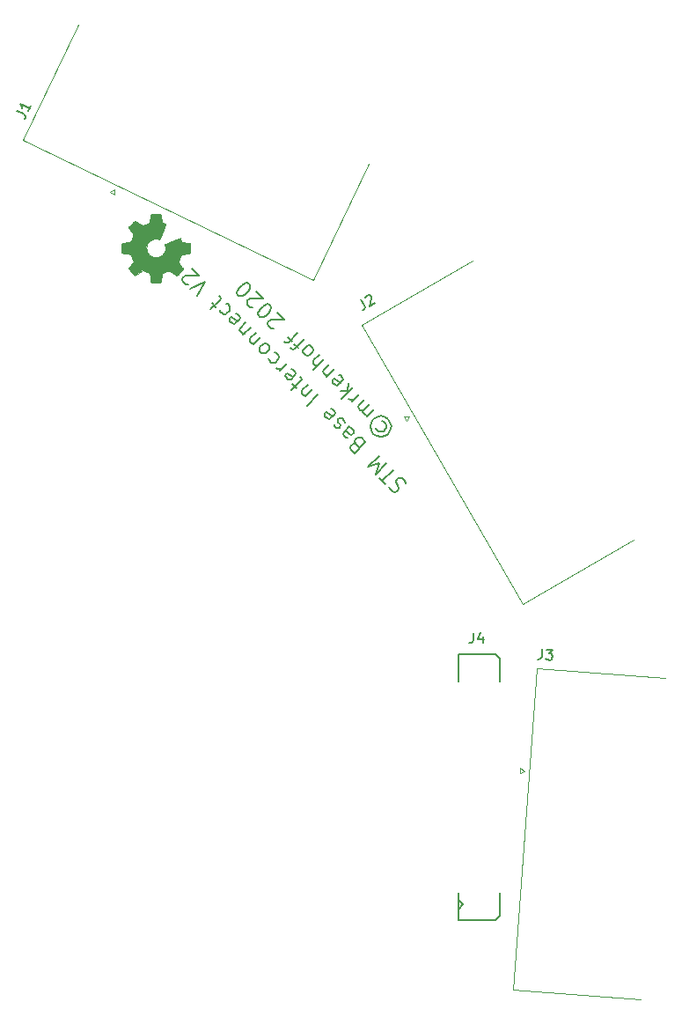
<source format=gbr>
%TF.GenerationSoftware,KiCad,Pcbnew,5.1.6*%
%TF.CreationDate,2020-09-25T18:31:25+02:00*%
%TF.ProjectId,Base-Interconnect,42617365-2d49-46e7-9465-72636f6e6e65,rev?*%
%TF.SameCoordinates,Original*%
%TF.FileFunction,Legend,Top*%
%TF.FilePolarity,Positive*%
%FSLAX46Y46*%
G04 Gerber Fmt 4.6, Leading zero omitted, Abs format (unit mm)*
G04 Created by KiCad (PCBNEW 5.1.6) date 2020-09-25 18:31:25*
%MOMM*%
%LPD*%
G01*
G04 APERTURE LIST*
%ADD10C,0.200000*%
%ADD11C,0.010000*%
%ADD12C,0.150000*%
%ADD13C,0.120000*%
G04 APERTURE END LIST*
D10*
X196358884Y-66015483D02*
X196409392Y-66167006D01*
X196611422Y-66369037D01*
X196762945Y-66419544D01*
X196964976Y-66419544D01*
X197116499Y-66369037D01*
X197318529Y-66167006D01*
X197369037Y-66015483D01*
X197369037Y-65813453D01*
X197318529Y-65661930D01*
X197116499Y-65459900D01*
X196964976Y-65409392D01*
X196156854Y-66621575D02*
X196459900Y-66823605D01*
X196863961Y-66924621D01*
X197268022Y-66823605D01*
X197571067Y-66621575D01*
X197773098Y-66318529D01*
X197874113Y-65914468D01*
X197773098Y-65510407D01*
X197571067Y-65207361D01*
X197268022Y-65005331D01*
X196863961Y-64904316D01*
X196459900Y-65005331D01*
X196156854Y-65207361D01*
X195954823Y-65510407D01*
X195853808Y-65914468D01*
X195954823Y-66318529D01*
X196156854Y-66621575D01*
X196207361Y-64247716D02*
X195500255Y-64954823D01*
X195601270Y-64853808D02*
X195500255Y-64853808D01*
X195348732Y-64803300D01*
X195197209Y-64651777D01*
X195146701Y-64500255D01*
X195197209Y-64348732D01*
X195752793Y-63793148D01*
X195197209Y-64348732D02*
X195045686Y-64399239D01*
X194894163Y-64348732D01*
X194742640Y-64197209D01*
X194692133Y-64045686D01*
X194742640Y-63894163D01*
X195298224Y-63338579D01*
X194793148Y-62833503D02*
X194086041Y-63540610D01*
X194288072Y-63338579D02*
X194136549Y-63389087D01*
X194035533Y-63389087D01*
X193884011Y-63338579D01*
X193782995Y-63237564D01*
X194136549Y-62176904D02*
X193075888Y-63237564D01*
X193631472Y-62479950D02*
X193732488Y-61772843D01*
X193025381Y-62479950D02*
X193833503Y-62479950D01*
X192823350Y-60964721D02*
X192974873Y-61015228D01*
X193176904Y-61217259D01*
X193227411Y-61368782D01*
X193176904Y-61520305D01*
X192772843Y-61924366D01*
X192621320Y-61974873D01*
X192469797Y-61924366D01*
X192267766Y-61722335D01*
X192217259Y-61570812D01*
X192267766Y-61419289D01*
X192368782Y-61318274D01*
X192974873Y-61722335D01*
X191661675Y-61116244D02*
X192368782Y-60409137D01*
X191762690Y-61015228D02*
X191661675Y-61015228D01*
X191510152Y-60964721D01*
X191358629Y-60813198D01*
X191308122Y-60661675D01*
X191358629Y-60510152D01*
X191914213Y-59954568D01*
X191409137Y-59449492D02*
X190348477Y-60510152D01*
X190954568Y-58994923D02*
X190398984Y-59550507D01*
X190348477Y-59702030D01*
X190398984Y-59853553D01*
X190550507Y-60005076D01*
X190702030Y-60055583D01*
X190803045Y-60055583D01*
X190297969Y-58338324D02*
X190348477Y-58489847D01*
X190348477Y-58590862D01*
X190297969Y-58742385D01*
X189994923Y-59045431D01*
X189843400Y-59095938D01*
X189742385Y-59095938D01*
X189590862Y-59045431D01*
X189439339Y-58893908D01*
X189388832Y-58742385D01*
X189388832Y-58641370D01*
X189439339Y-58489847D01*
X189742385Y-58186801D01*
X189893908Y-58136294D01*
X189994923Y-58136294D01*
X190146446Y-58186801D01*
X190297969Y-58338324D01*
X188934263Y-58388832D02*
X188530202Y-57984771D01*
X189489847Y-57530202D02*
X188580710Y-58439339D01*
X188429187Y-58489847D01*
X188277664Y-58439339D01*
X188176649Y-58338324D01*
X188328172Y-57782740D02*
X187924111Y-57378679D01*
X188883755Y-56924111D02*
X187974618Y-57833248D01*
X187823095Y-57883755D01*
X187671572Y-57833248D01*
X187570557Y-57732233D01*
X186560405Y-56520049D02*
X186459389Y-56520049D01*
X186307866Y-56469542D01*
X186055328Y-56217004D01*
X186004821Y-56065481D01*
X186004821Y-55964466D01*
X186055328Y-55812943D01*
X186156344Y-55711927D01*
X186358374Y-55610912D01*
X187570557Y-55610912D01*
X186913958Y-54954313D01*
X185196699Y-55358374D02*
X185095683Y-55257359D01*
X185045176Y-55105836D01*
X185045176Y-55004821D01*
X185095683Y-54853298D01*
X185247206Y-54600760D01*
X185499744Y-54348222D01*
X185752283Y-54196699D01*
X185903805Y-54146191D01*
X186004821Y-54146191D01*
X186156344Y-54196699D01*
X186257359Y-54297714D01*
X186307866Y-54449237D01*
X186307866Y-54550252D01*
X186257359Y-54701775D01*
X186105836Y-54954313D01*
X185853298Y-55206851D01*
X185600760Y-55358374D01*
X185449237Y-55408882D01*
X185348222Y-55408882D01*
X185196699Y-55358374D01*
X184540099Y-54499744D02*
X184439084Y-54499744D01*
X184287561Y-54449237D01*
X184035023Y-54196699D01*
X183984516Y-54045176D01*
X183984516Y-53944161D01*
X184035023Y-53792638D01*
X184136038Y-53691622D01*
X184338069Y-53590607D01*
X185550252Y-53590607D01*
X184893653Y-52934008D01*
X183176394Y-53338069D02*
X183075378Y-53237054D01*
X183024871Y-53085531D01*
X183024871Y-52984516D01*
X183075378Y-52832993D01*
X183226901Y-52580455D01*
X183479439Y-52327916D01*
X183731977Y-52176394D01*
X183883500Y-52125886D01*
X183984516Y-52125886D01*
X184136038Y-52176394D01*
X184237054Y-52277409D01*
X184287561Y-52428932D01*
X184287561Y-52529947D01*
X184237054Y-52681470D01*
X184085531Y-52934008D01*
X183832993Y-53186546D01*
X183580455Y-53338069D01*
X183428932Y-53388577D01*
X183327916Y-53388577D01*
X183176394Y-53338069D01*
X199232870Y-71374241D02*
X199131855Y-71172210D01*
X198879317Y-70919672D01*
X198727794Y-70869164D01*
X198626779Y-70869164D01*
X198475256Y-70919672D01*
X198374241Y-71020687D01*
X198323733Y-71172210D01*
X198323733Y-71273225D01*
X198374241Y-71424748D01*
X198525764Y-71677286D01*
X198576271Y-71828809D01*
X198576271Y-71929825D01*
X198525764Y-72081347D01*
X198424748Y-72182363D01*
X198273225Y-72232870D01*
X198172210Y-72232870D01*
X198020687Y-72182363D01*
X197768149Y-71929825D01*
X197667134Y-71727794D01*
X197313580Y-71475256D02*
X196707489Y-70869164D01*
X198071195Y-70111550D02*
X197010535Y-71172210D01*
X197414596Y-69454951D02*
X196353936Y-70515611D01*
X196757997Y-69404443D01*
X195646829Y-69808504D01*
X196707489Y-68747844D01*
X194485153Y-67636676D02*
X194384138Y-67434646D01*
X194384138Y-67333630D01*
X194434646Y-67182108D01*
X194586169Y-67030585D01*
X194737691Y-66980077D01*
X194838707Y-66980077D01*
X194990230Y-67030585D01*
X195394291Y-67434646D01*
X194333630Y-68495306D01*
X193980077Y-68141752D01*
X193929569Y-67990230D01*
X193929569Y-67889214D01*
X193980077Y-67737691D01*
X194081092Y-67636676D01*
X194232615Y-67586169D01*
X194333630Y-67586169D01*
X194485153Y-67636676D01*
X194838707Y-67990230D01*
X193879062Y-65919417D02*
X193323478Y-66475001D01*
X193272970Y-66626524D01*
X193323478Y-66778047D01*
X193525508Y-66980077D01*
X193677031Y-67030585D01*
X193828554Y-65969925D02*
X193980077Y-66020432D01*
X194232615Y-66272970D01*
X194283123Y-66424493D01*
X194232615Y-66576016D01*
X194131600Y-66677031D01*
X193980077Y-66727539D01*
X193828554Y-66677031D01*
X193576016Y-66424493D01*
X193424493Y-66373986D01*
X193373986Y-65515356D02*
X193323478Y-65363833D01*
X193121447Y-65161802D01*
X192969925Y-65111295D01*
X192818402Y-65161802D01*
X192767894Y-65212310D01*
X192717386Y-65363833D01*
X192767894Y-65515356D01*
X192919417Y-65666879D01*
X192969925Y-65818402D01*
X192919417Y-65969925D01*
X192868909Y-66020432D01*
X192717386Y-66070940D01*
X192565863Y-66020432D01*
X192414341Y-65868909D01*
X192363833Y-65717386D01*
X192060787Y-64202158D02*
X192212310Y-64252665D01*
X192414341Y-64454696D01*
X192464848Y-64606219D01*
X192414341Y-64757741D01*
X192010280Y-65161802D01*
X191858757Y-65212310D01*
X191707234Y-65161802D01*
X191505203Y-64959772D01*
X191454696Y-64808249D01*
X191505203Y-64656726D01*
X191606219Y-64555711D01*
X192212310Y-64959772D01*
X190798097Y-62838452D02*
X189737436Y-63899112D01*
X189585913Y-63040482D02*
X190293020Y-62333375D01*
X189686929Y-62939467D02*
X189585913Y-62939467D01*
X189434391Y-62888959D01*
X189282868Y-62737436D01*
X189232360Y-62585913D01*
X189282868Y-62434391D01*
X189838452Y-61878807D01*
X188777791Y-62232360D02*
X188373730Y-61828299D01*
X188272715Y-62434391D02*
X189181852Y-61525253D01*
X189232360Y-61373730D01*
X189181852Y-61222208D01*
X189080837Y-61121192D01*
X188272715Y-60414086D02*
X188424238Y-60464593D01*
X188626269Y-60666624D01*
X188676776Y-60818147D01*
X188626269Y-60969669D01*
X188222208Y-61373730D01*
X188070685Y-61424238D01*
X187919162Y-61373730D01*
X187717131Y-61171700D01*
X187666624Y-61020177D01*
X187717131Y-60868654D01*
X187818147Y-60767639D01*
X188424238Y-61171700D01*
X187818147Y-59858502D02*
X187111040Y-60565608D01*
X187313070Y-60363578D02*
X187161547Y-60414086D01*
X187060532Y-60414086D01*
X186909009Y-60363578D01*
X186807994Y-60262563D01*
X186656471Y-58797841D02*
X186807994Y-58848349D01*
X187010024Y-59050380D01*
X187060532Y-59201902D01*
X187060532Y-59302918D01*
X187010024Y-59454441D01*
X186706979Y-59757486D01*
X186555456Y-59807994D01*
X186454441Y-59807994D01*
X186302918Y-59757486D01*
X186100887Y-59555456D01*
X186050380Y-59403933D01*
X186100887Y-58141242D02*
X186151395Y-58292765D01*
X186151395Y-58393780D01*
X186100887Y-58545303D01*
X185797841Y-58848349D01*
X185646319Y-58898857D01*
X185545303Y-58898857D01*
X185393780Y-58848349D01*
X185242258Y-58696826D01*
X185191750Y-58545303D01*
X185191750Y-58444288D01*
X185242258Y-58292765D01*
X185545303Y-57989719D01*
X185696826Y-57939212D01*
X185797841Y-57939212D01*
X185949364Y-57989719D01*
X186100887Y-58141242D01*
X184585658Y-58040227D02*
X185292765Y-57333120D01*
X184686674Y-57939212D02*
X184585658Y-57939212D01*
X184434136Y-57888704D01*
X184282613Y-57737181D01*
X184232105Y-57585658D01*
X184282613Y-57434136D01*
X184838197Y-56878552D01*
X183626013Y-57080582D02*
X184333120Y-56373475D01*
X183727029Y-56979567D02*
X183626013Y-56979567D01*
X183474491Y-56929059D01*
X183322968Y-56777536D01*
X183272460Y-56626013D01*
X183322968Y-56474491D01*
X183878552Y-55918907D01*
X182918907Y-55060277D02*
X183070430Y-55110785D01*
X183272460Y-55312815D01*
X183322968Y-55464338D01*
X183272460Y-55615861D01*
X182868399Y-56019922D01*
X182716876Y-56070430D01*
X182565353Y-56019922D01*
X182363323Y-55817891D01*
X182312815Y-55666369D01*
X182363323Y-55514846D01*
X182464338Y-55413830D01*
X183070430Y-55817891D01*
X181959262Y-54100632D02*
X182110785Y-54151140D01*
X182312815Y-54353170D01*
X182363323Y-54504693D01*
X182363323Y-54605708D01*
X182312815Y-54757231D01*
X182009769Y-55060277D01*
X181858247Y-55110785D01*
X181757231Y-55110785D01*
X181605708Y-55060277D01*
X181403678Y-54858247D01*
X181353170Y-54706724D01*
X180999617Y-54454186D02*
X180595556Y-54050124D01*
X180494541Y-54656216D02*
X181403678Y-53747079D01*
X181454186Y-53595556D01*
X181403678Y-53444033D01*
X181302663Y-53343018D01*
X179231850Y-53393525D02*
X179938957Y-51979312D01*
X178524743Y-52686419D01*
X178322713Y-52282358D02*
X178221697Y-52282358D01*
X178070174Y-52231850D01*
X177817636Y-51979312D01*
X177767129Y-51827789D01*
X177767129Y-51726774D01*
X177817636Y-51575251D01*
X177918652Y-51474235D01*
X178120682Y-51373220D01*
X179332865Y-51373220D01*
X178676266Y-50716621D01*
D11*
%TO.C,REF\u002A\u002A*%
G36*
X172817244Y-50396716D02*
G01*
X173072370Y-50023049D01*
X172943828Y-49714197D01*
X172815284Y-49405344D01*
X172374513Y-49321386D01*
X172251362Y-49297584D01*
X172140591Y-49275518D01*
X172047324Y-49256263D01*
X171976685Y-49240892D01*
X171933798Y-49230481D01*
X171923040Y-49226725D01*
X171918970Y-49204647D01*
X171915927Y-49151814D01*
X171913861Y-49074540D01*
X171912723Y-48979137D01*
X171912466Y-48871915D01*
X171913040Y-48759185D01*
X171914397Y-48647260D01*
X171916489Y-48542452D01*
X171919267Y-48451070D01*
X171922682Y-48379428D01*
X171926686Y-48333837D01*
X171930012Y-48320567D01*
X171952467Y-48312421D01*
X172006041Y-48298959D01*
X172085351Y-48281352D01*
X172185006Y-48260767D01*
X172299621Y-48238376D01*
X172365413Y-48226023D01*
X172485461Y-48203380D01*
X172593121Y-48182274D01*
X172683088Y-48163812D01*
X172750057Y-48149099D01*
X172788725Y-48139238D01*
X172795988Y-48136304D01*
X172805573Y-48116906D01*
X172825973Y-48069756D01*
X172854458Y-48001623D01*
X172888295Y-47919272D01*
X172924755Y-47829470D01*
X172961108Y-47738985D01*
X172994623Y-47654582D01*
X173022567Y-47583029D01*
X173042213Y-47531092D01*
X173050828Y-47505538D01*
X173051000Y-47504366D01*
X173040964Y-47487805D01*
X173012825Y-47445110D01*
X172969539Y-47380669D01*
X172914060Y-47298867D01*
X172849346Y-47204089D01*
X172811488Y-47148893D01*
X172742499Y-47047458D01*
X172680971Y-46955053D01*
X172629952Y-46876418D01*
X172592490Y-46816292D01*
X172571636Y-46779414D01*
X172568375Y-46771069D01*
X172579897Y-46748180D01*
X172614169Y-46704737D01*
X172666645Y-46645279D01*
X172732777Y-46574348D01*
X172808018Y-46496485D01*
X172887820Y-46416230D01*
X172967639Y-46338123D01*
X173042925Y-46266708D01*
X173109133Y-46206524D01*
X173161714Y-46162111D01*
X173196121Y-46138011D01*
X173205303Y-46135012D01*
X173231080Y-46146190D01*
X173280669Y-46174907D01*
X173347665Y-46217210D01*
X173425662Y-46269147D01*
X173452555Y-46287610D01*
X173581927Y-46376924D01*
X173684429Y-46447167D01*
X173763558Y-46500552D01*
X173822808Y-46539292D01*
X173865674Y-46565599D01*
X173895653Y-46581686D01*
X173916237Y-46589767D01*
X173930924Y-46592054D01*
X173933336Y-46592016D01*
X173964928Y-46584131D01*
X174021421Y-46563799D01*
X174096310Y-46533919D01*
X174183083Y-46497390D01*
X174275233Y-46457109D01*
X174366249Y-46415975D01*
X174449624Y-46376886D01*
X174518847Y-46342740D01*
X174567409Y-46316436D01*
X174588803Y-46300872D01*
X174589206Y-46299982D01*
X174594435Y-46275004D01*
X174605266Y-46219369D01*
X174620592Y-46138892D01*
X174639308Y-46039386D01*
X174660312Y-45926663D01*
X174666253Y-45894601D01*
X174688573Y-45779147D01*
X174710449Y-45675316D01*
X174730503Y-45588952D01*
X174747360Y-45525895D01*
X174759641Y-45491986D01*
X174761954Y-45488625D01*
X174785953Y-45482797D01*
X174840601Y-45478359D01*
X174919497Y-45475258D01*
X175016238Y-45473442D01*
X175124421Y-45472858D01*
X175237644Y-45473456D01*
X175349504Y-45475180D01*
X175453600Y-45477982D01*
X175543528Y-45481808D01*
X175612886Y-45486606D01*
X175655272Y-45492323D01*
X175664919Y-45495983D01*
X175673356Y-45518521D01*
X175686049Y-45569245D01*
X175701036Y-45639788D01*
X175711581Y-45695049D01*
X175730175Y-45795694D01*
X175752473Y-45914603D01*
X175775064Y-46033650D01*
X175787327Y-46097537D01*
X175829032Y-46313580D01*
X175995705Y-46363269D01*
X176070614Y-46386929D01*
X176132440Y-46408920D01*
X176172157Y-46425918D01*
X176180955Y-46431556D01*
X176177964Y-46451905D01*
X176162108Y-46502007D01*
X176135151Y-46577543D01*
X176098857Y-46674189D01*
X176054989Y-46787627D01*
X176005311Y-46913536D01*
X175951588Y-47047596D01*
X175895583Y-47185487D01*
X175839059Y-47322888D01*
X175783781Y-47455479D01*
X175731512Y-47578940D01*
X175684016Y-47688950D01*
X175643057Y-47781190D01*
X175610399Y-47851338D01*
X175587806Y-47895076D01*
X175578116Y-47908166D01*
X175550111Y-47909219D01*
X175497023Y-47903299D01*
X175429918Y-47891675D01*
X175424420Y-47890566D01*
X175241236Y-47870265D01*
X175064184Y-47883241D01*
X174897013Y-47927168D01*
X174743472Y-47999718D01*
X174607309Y-48098564D01*
X174492274Y-48221379D01*
X174402116Y-48365835D01*
X174340585Y-48529606D01*
X174330979Y-48569292D01*
X174309681Y-48747045D01*
X174322176Y-48919379D01*
X174365682Y-49082684D01*
X174437416Y-49233344D01*
X174534594Y-49367744D01*
X174654435Y-49482273D01*
X174794153Y-49573314D01*
X174950968Y-49637253D01*
X175122095Y-49670477D01*
X175181687Y-49674098D01*
X175349729Y-49666933D01*
X175500565Y-49633326D01*
X175644145Y-49570161D01*
X175768909Y-49490184D01*
X175889534Y-49380615D01*
X175986769Y-49246513D01*
X176058576Y-49093661D01*
X176102918Y-48927840D01*
X176117758Y-48754831D01*
X176101059Y-48580418D01*
X176096813Y-48559547D01*
X176084248Y-48492539D01*
X176077588Y-48438709D01*
X176078188Y-48409190D01*
X176078454Y-48408504D01*
X176097848Y-48395318D01*
X176147126Y-48370652D01*
X176221967Y-48336269D01*
X176318049Y-48293931D01*
X176431055Y-48245400D01*
X176556664Y-48192441D01*
X176690554Y-48136814D01*
X176828408Y-48080283D01*
X176965903Y-48024611D01*
X177098721Y-47971559D01*
X177222541Y-47922890D01*
X177333042Y-47880368D01*
X177425905Y-47845754D01*
X177496810Y-47820812D01*
X177541436Y-47807304D01*
X177555335Y-47805936D01*
X177568536Y-47831026D01*
X177588417Y-47882793D01*
X177611649Y-47952212D01*
X177623621Y-47991186D01*
X177673311Y-48157858D01*
X177889354Y-48199564D01*
X177999797Y-48220695D01*
X178120966Y-48243578D01*
X178234733Y-48264802D01*
X178291842Y-48275310D01*
X178371321Y-48290929D01*
X178436888Y-48305889D01*
X178480085Y-48318143D01*
X178492361Y-48323877D01*
X178496644Y-48345807D01*
X178501022Y-48399446D01*
X178505237Y-48479426D01*
X178509035Y-48580374D01*
X178512161Y-48696923D01*
X178513593Y-48771180D01*
X178514749Y-48902443D01*
X178513783Y-49017849D01*
X178510871Y-49112594D01*
X178506190Y-49181878D01*
X178499915Y-49220897D01*
X178496889Y-49227063D01*
X178472119Y-49237256D01*
X178416630Y-49252461D01*
X178336235Y-49271335D01*
X178236747Y-49292531D01*
X178123981Y-49314708D01*
X178092289Y-49320637D01*
X177976986Y-49342070D01*
X177873325Y-49361516D01*
X177787117Y-49377870D01*
X177724177Y-49390027D01*
X177690318Y-49396883D01*
X177686908Y-49397684D01*
X177672635Y-49415859D01*
X177647319Y-49461884D01*
X177613858Y-49529250D01*
X177575151Y-49611449D01*
X177534095Y-49701971D01*
X177493589Y-49794306D01*
X177456531Y-49881947D01*
X177425820Y-49958384D01*
X177404353Y-50017107D01*
X177395031Y-50051608D01*
X177394875Y-50053554D01*
X177396311Y-50067514D01*
X177403120Y-50086709D01*
X177417515Y-50114633D01*
X177441710Y-50154781D01*
X177477916Y-50210649D01*
X177528348Y-50285731D01*
X177595217Y-50383522D01*
X177680736Y-50507517D01*
X177699280Y-50534335D01*
X177753516Y-50614545D01*
X177799415Y-50685856D01*
X177833023Y-50741859D01*
X177850388Y-50776152D01*
X177851879Y-50781588D01*
X177840094Y-50804788D01*
X177805642Y-50848516D01*
X177753065Y-50908229D01*
X177686903Y-50979378D01*
X177611698Y-51057414D01*
X177531991Y-51137793D01*
X177452321Y-51215966D01*
X177377230Y-51287386D01*
X177311259Y-51347508D01*
X177258948Y-51391782D01*
X177224839Y-51415664D01*
X177215822Y-51418515D01*
X177192672Y-51407338D01*
X177143849Y-51377994D01*
X177074094Y-51333532D01*
X176988144Y-51277000D01*
X176890737Y-51211448D01*
X176837997Y-51175403D01*
X176738025Y-51106921D01*
X176648651Y-51046074D01*
X176574262Y-50995817D01*
X176519244Y-50959108D01*
X176487985Y-50938900D01*
X176482524Y-50935890D01*
X176461555Y-50942543D01*
X176413156Y-50960679D01*
X176344098Y-50987561D01*
X176261150Y-51020454D01*
X176171082Y-51056623D01*
X176080663Y-51093332D01*
X175996663Y-51127843D01*
X175925852Y-51157425D01*
X175875000Y-51179338D01*
X175850876Y-51190847D01*
X175849980Y-51191508D01*
X175843075Y-51212714D01*
X175830776Y-51265103D01*
X175814191Y-51343356D01*
X175794427Y-51442150D01*
X175772594Y-51556163D01*
X175760372Y-51621972D01*
X175737658Y-51742333D01*
X175716073Y-51850644D01*
X175696788Y-51941507D01*
X175680972Y-52009519D01*
X175669795Y-52049278D01*
X175666150Y-52057052D01*
X175643988Y-52061468D01*
X175591085Y-52065312D01*
X175513753Y-52068539D01*
X175418302Y-52071105D01*
X175311047Y-52072962D01*
X175198300Y-52074068D01*
X175086370Y-52074373D01*
X174981573Y-52073836D01*
X174890219Y-52072409D01*
X174818620Y-52070047D01*
X174773089Y-52066707D01*
X174759881Y-52063566D01*
X174753649Y-52043176D01*
X174741700Y-51991453D01*
X174725106Y-51913515D01*
X174704936Y-51814484D01*
X174682262Y-51699478D01*
X174665505Y-51612378D01*
X174581547Y-51171607D01*
X173963841Y-50914520D01*
X173590175Y-51169647D01*
X173216508Y-51424773D01*
X172562117Y-50770383D01*
X172817244Y-50396716D01*
G37*
X172817244Y-50396716D02*
X173072370Y-50023049D01*
X172943828Y-49714197D01*
X172815284Y-49405344D01*
X172374513Y-49321386D01*
X172251362Y-49297584D01*
X172140591Y-49275518D01*
X172047324Y-49256263D01*
X171976685Y-49240892D01*
X171933798Y-49230481D01*
X171923040Y-49226725D01*
X171918970Y-49204647D01*
X171915927Y-49151814D01*
X171913861Y-49074540D01*
X171912723Y-48979137D01*
X171912466Y-48871915D01*
X171913040Y-48759185D01*
X171914397Y-48647260D01*
X171916489Y-48542452D01*
X171919267Y-48451070D01*
X171922682Y-48379428D01*
X171926686Y-48333837D01*
X171930012Y-48320567D01*
X171952467Y-48312421D01*
X172006041Y-48298959D01*
X172085351Y-48281352D01*
X172185006Y-48260767D01*
X172299621Y-48238376D01*
X172365413Y-48226023D01*
X172485461Y-48203380D01*
X172593121Y-48182274D01*
X172683088Y-48163812D01*
X172750057Y-48149099D01*
X172788725Y-48139238D01*
X172795988Y-48136304D01*
X172805573Y-48116906D01*
X172825973Y-48069756D01*
X172854458Y-48001623D01*
X172888295Y-47919272D01*
X172924755Y-47829470D01*
X172961108Y-47738985D01*
X172994623Y-47654582D01*
X173022567Y-47583029D01*
X173042213Y-47531092D01*
X173050828Y-47505538D01*
X173051000Y-47504366D01*
X173040964Y-47487805D01*
X173012825Y-47445110D01*
X172969539Y-47380669D01*
X172914060Y-47298867D01*
X172849346Y-47204089D01*
X172811488Y-47148893D01*
X172742499Y-47047458D01*
X172680971Y-46955053D01*
X172629952Y-46876418D01*
X172592490Y-46816292D01*
X172571636Y-46779414D01*
X172568375Y-46771069D01*
X172579897Y-46748180D01*
X172614169Y-46704737D01*
X172666645Y-46645279D01*
X172732777Y-46574348D01*
X172808018Y-46496485D01*
X172887820Y-46416230D01*
X172967639Y-46338123D01*
X173042925Y-46266708D01*
X173109133Y-46206524D01*
X173161714Y-46162111D01*
X173196121Y-46138011D01*
X173205303Y-46135012D01*
X173231080Y-46146190D01*
X173280669Y-46174907D01*
X173347665Y-46217210D01*
X173425662Y-46269147D01*
X173452555Y-46287610D01*
X173581927Y-46376924D01*
X173684429Y-46447167D01*
X173763558Y-46500552D01*
X173822808Y-46539292D01*
X173865674Y-46565599D01*
X173895653Y-46581686D01*
X173916237Y-46589767D01*
X173930924Y-46592054D01*
X173933336Y-46592016D01*
X173964928Y-46584131D01*
X174021421Y-46563799D01*
X174096310Y-46533919D01*
X174183083Y-46497390D01*
X174275233Y-46457109D01*
X174366249Y-46415975D01*
X174449624Y-46376886D01*
X174518847Y-46342740D01*
X174567409Y-46316436D01*
X174588803Y-46300872D01*
X174589206Y-46299982D01*
X174594435Y-46275004D01*
X174605266Y-46219369D01*
X174620592Y-46138892D01*
X174639308Y-46039386D01*
X174660312Y-45926663D01*
X174666253Y-45894601D01*
X174688573Y-45779147D01*
X174710449Y-45675316D01*
X174730503Y-45588952D01*
X174747360Y-45525895D01*
X174759641Y-45491986D01*
X174761954Y-45488625D01*
X174785953Y-45482797D01*
X174840601Y-45478359D01*
X174919497Y-45475258D01*
X175016238Y-45473442D01*
X175124421Y-45472858D01*
X175237644Y-45473456D01*
X175349504Y-45475180D01*
X175453600Y-45477982D01*
X175543528Y-45481808D01*
X175612886Y-45486606D01*
X175655272Y-45492323D01*
X175664919Y-45495983D01*
X175673356Y-45518521D01*
X175686049Y-45569245D01*
X175701036Y-45639788D01*
X175711581Y-45695049D01*
X175730175Y-45795694D01*
X175752473Y-45914603D01*
X175775064Y-46033650D01*
X175787327Y-46097537D01*
X175829032Y-46313580D01*
X175995705Y-46363269D01*
X176070614Y-46386929D01*
X176132440Y-46408920D01*
X176172157Y-46425918D01*
X176180955Y-46431556D01*
X176177964Y-46451905D01*
X176162108Y-46502007D01*
X176135151Y-46577543D01*
X176098857Y-46674189D01*
X176054989Y-46787627D01*
X176005311Y-46913536D01*
X175951588Y-47047596D01*
X175895583Y-47185487D01*
X175839059Y-47322888D01*
X175783781Y-47455479D01*
X175731512Y-47578940D01*
X175684016Y-47688950D01*
X175643057Y-47781190D01*
X175610399Y-47851338D01*
X175587806Y-47895076D01*
X175578116Y-47908166D01*
X175550111Y-47909219D01*
X175497023Y-47903299D01*
X175429918Y-47891675D01*
X175424420Y-47890566D01*
X175241236Y-47870265D01*
X175064184Y-47883241D01*
X174897013Y-47927168D01*
X174743472Y-47999718D01*
X174607309Y-48098564D01*
X174492274Y-48221379D01*
X174402116Y-48365835D01*
X174340585Y-48529606D01*
X174330979Y-48569292D01*
X174309681Y-48747045D01*
X174322176Y-48919379D01*
X174365682Y-49082684D01*
X174437416Y-49233344D01*
X174534594Y-49367744D01*
X174654435Y-49482273D01*
X174794153Y-49573314D01*
X174950968Y-49637253D01*
X175122095Y-49670477D01*
X175181687Y-49674098D01*
X175349729Y-49666933D01*
X175500565Y-49633326D01*
X175644145Y-49570161D01*
X175768909Y-49490184D01*
X175889534Y-49380615D01*
X175986769Y-49246513D01*
X176058576Y-49093661D01*
X176102918Y-48927840D01*
X176117758Y-48754831D01*
X176101059Y-48580418D01*
X176096813Y-48559547D01*
X176084248Y-48492539D01*
X176077588Y-48438709D01*
X176078188Y-48409190D01*
X176078454Y-48408504D01*
X176097848Y-48395318D01*
X176147126Y-48370652D01*
X176221967Y-48336269D01*
X176318049Y-48293931D01*
X176431055Y-48245400D01*
X176556664Y-48192441D01*
X176690554Y-48136814D01*
X176828408Y-48080283D01*
X176965903Y-48024611D01*
X177098721Y-47971559D01*
X177222541Y-47922890D01*
X177333042Y-47880368D01*
X177425905Y-47845754D01*
X177496810Y-47820812D01*
X177541436Y-47807304D01*
X177555335Y-47805936D01*
X177568536Y-47831026D01*
X177588417Y-47882793D01*
X177611649Y-47952212D01*
X177623621Y-47991186D01*
X177673311Y-48157858D01*
X177889354Y-48199564D01*
X177999797Y-48220695D01*
X178120966Y-48243578D01*
X178234733Y-48264802D01*
X178291842Y-48275310D01*
X178371321Y-48290929D01*
X178436888Y-48305889D01*
X178480085Y-48318143D01*
X178492361Y-48323877D01*
X178496644Y-48345807D01*
X178501022Y-48399446D01*
X178505237Y-48479426D01*
X178509035Y-48580374D01*
X178512161Y-48696923D01*
X178513593Y-48771180D01*
X178514749Y-48902443D01*
X178513783Y-49017849D01*
X178510871Y-49112594D01*
X178506190Y-49181878D01*
X178499915Y-49220897D01*
X178496889Y-49227063D01*
X178472119Y-49237256D01*
X178416630Y-49252461D01*
X178336235Y-49271335D01*
X178236747Y-49292531D01*
X178123981Y-49314708D01*
X178092289Y-49320637D01*
X177976986Y-49342070D01*
X177873325Y-49361516D01*
X177787117Y-49377870D01*
X177724177Y-49390027D01*
X177690318Y-49396883D01*
X177686908Y-49397684D01*
X177672635Y-49415859D01*
X177647319Y-49461884D01*
X177613858Y-49529250D01*
X177575151Y-49611449D01*
X177534095Y-49701971D01*
X177493589Y-49794306D01*
X177456531Y-49881947D01*
X177425820Y-49958384D01*
X177404353Y-50017107D01*
X177395031Y-50051608D01*
X177394875Y-50053554D01*
X177396311Y-50067514D01*
X177403120Y-50086709D01*
X177417515Y-50114633D01*
X177441710Y-50154781D01*
X177477916Y-50210649D01*
X177528348Y-50285731D01*
X177595217Y-50383522D01*
X177680736Y-50507517D01*
X177699280Y-50534335D01*
X177753516Y-50614545D01*
X177799415Y-50685856D01*
X177833023Y-50741859D01*
X177850388Y-50776152D01*
X177851879Y-50781588D01*
X177840094Y-50804788D01*
X177805642Y-50848516D01*
X177753065Y-50908229D01*
X177686903Y-50979378D01*
X177611698Y-51057414D01*
X177531991Y-51137793D01*
X177452321Y-51215966D01*
X177377230Y-51287386D01*
X177311259Y-51347508D01*
X177258948Y-51391782D01*
X177224839Y-51415664D01*
X177215822Y-51418515D01*
X177192672Y-51407338D01*
X177143849Y-51377994D01*
X177074094Y-51333532D01*
X176988144Y-51277000D01*
X176890737Y-51211448D01*
X176837997Y-51175403D01*
X176738025Y-51106921D01*
X176648651Y-51046074D01*
X176574262Y-50995817D01*
X176519244Y-50959108D01*
X176487985Y-50938900D01*
X176482524Y-50935890D01*
X176461555Y-50942543D01*
X176413156Y-50960679D01*
X176344098Y-50987561D01*
X176261150Y-51020454D01*
X176171082Y-51056623D01*
X176080663Y-51093332D01*
X175996663Y-51127843D01*
X175925852Y-51157425D01*
X175875000Y-51179338D01*
X175850876Y-51190847D01*
X175849980Y-51191508D01*
X175843075Y-51212714D01*
X175830776Y-51265103D01*
X175814191Y-51343356D01*
X175794427Y-51442150D01*
X175772594Y-51556163D01*
X175760372Y-51621972D01*
X175737658Y-51742333D01*
X175716073Y-51850644D01*
X175696788Y-51941507D01*
X175680972Y-52009519D01*
X175669795Y-52049278D01*
X175666150Y-52057052D01*
X175643988Y-52061468D01*
X175591085Y-52065312D01*
X175513753Y-52068539D01*
X175418302Y-52071105D01*
X175311047Y-52072962D01*
X175198300Y-52074068D01*
X175086370Y-52074373D01*
X174981573Y-52073836D01*
X174890219Y-52072409D01*
X174818620Y-52070047D01*
X174773089Y-52066707D01*
X174759881Y-52063566D01*
X174753649Y-52043176D01*
X174741700Y-51991453D01*
X174725106Y-51913515D01*
X174704936Y-51814484D01*
X174682262Y-51699478D01*
X174665505Y-51612378D01*
X174581547Y-51171607D01*
X173963841Y-50914520D01*
X173590175Y-51169647D01*
X173216508Y-51424773D01*
X172562117Y-50770383D01*
X172817244Y-50396716D01*
D12*
%TO.C,J4*%
X204300000Y-110800000D02*
X204300000Y-113400000D01*
X204300000Y-113400000D02*
X207900000Y-113400000D01*
X208300000Y-113000000D02*
X208300000Y-110800000D01*
X207900000Y-87800000D02*
X204300000Y-87800000D01*
X204300000Y-87800000D02*
X204300000Y-90400000D01*
X208300000Y-88200000D02*
X208300000Y-90400000D01*
X207900000Y-113400000D02*
X208300000Y-113000000D01*
X207900000Y-87800000D02*
X208300000Y-88200000D01*
X204300000Y-112400000D02*
X204800000Y-111900000D01*
X204800000Y-111900000D02*
X204300000Y-111400000D01*
D13*
%TO.C,J3*%
X221883511Y-120970172D02*
X209578246Y-120044935D01*
X209578246Y-120044935D02*
X211900337Y-89162111D01*
X211900337Y-89162111D02*
X224205602Y-90087349D01*
X210244109Y-99261357D02*
X210281598Y-98762765D01*
X210281598Y-98762765D02*
X210694647Y-99044528D01*
X210694647Y-99044528D02*
X210244109Y-99261357D01*
%TO.C,J2*%
X221181879Y-76783703D02*
X210495126Y-82953703D01*
X210495126Y-82953703D02*
X195010126Y-56132897D01*
X195010126Y-56132897D02*
X205696879Y-49962897D01*
X199333107Y-65409195D02*
X199083107Y-64976182D01*
X199083107Y-64976182D02*
X199583107Y-64976182D01*
X199583107Y-64976182D02*
X199333107Y-65409195D01*
%TO.C,J1*%
X195687404Y-40692432D02*
X190336051Y-51811723D01*
X190336051Y-51811723D02*
X162429696Y-38381301D01*
X162429696Y-38381301D02*
X167781049Y-27262011D01*
X171228338Y-43608323D02*
X170777800Y-43391493D01*
X170777800Y-43391493D02*
X171190849Y-43109730D01*
X171190849Y-43109730D02*
X171228338Y-43608323D01*
%TO.C,J4*%
D12*
X205766666Y-85752380D02*
X205766666Y-86466666D01*
X205719047Y-86609523D01*
X205623809Y-86704761D01*
X205480952Y-86752380D01*
X205385714Y-86752380D01*
X206671428Y-86085714D02*
X206671428Y-86752380D01*
X206433333Y-85704761D02*
X206195238Y-86419047D01*
X206814285Y-86419047D01*
%TO.C,J3*%
X212408664Y-87328929D02*
X212355108Y-88041204D01*
X212296912Y-88180089D01*
X212194801Y-88267918D01*
X212048775Y-88304692D01*
X211953805Y-88297551D01*
X212788544Y-87357492D02*
X213405849Y-87403908D01*
X213044891Y-87758795D01*
X213187346Y-87769506D01*
X213278746Y-87824132D01*
X213322660Y-87875187D01*
X213363004Y-87973728D01*
X213345152Y-88211153D01*
X213290526Y-88302552D01*
X213239471Y-88346467D01*
X213140931Y-88386811D01*
X212856021Y-88365389D01*
X212764621Y-88310763D01*
X212720706Y-88259707D01*
%TO.C,J2*%
X194937515Y-53692414D02*
X195294658Y-54311004D01*
X195324847Y-54458531D01*
X195289987Y-54588629D01*
X195190079Y-54701297D01*
X195107600Y-54748916D01*
X195356288Y-53560607D02*
X195373717Y-53495558D01*
X195432387Y-53406700D01*
X195638583Y-53287652D01*
X195744871Y-53281273D01*
X195809920Y-53298702D01*
X195898778Y-53357371D01*
X195946397Y-53439850D01*
X195976587Y-53587377D01*
X195767429Y-54367963D01*
X196303540Y-54058440D01*
%TO.C,J1*%
X161862000Y-35562879D02*
X162505626Y-35872635D01*
X162613701Y-35977495D01*
X162658217Y-36104612D01*
X162639174Y-36253988D01*
X162597873Y-36339805D01*
X163196736Y-35095461D02*
X162948930Y-35610362D01*
X163072833Y-35352911D02*
X162171756Y-34919252D01*
X162259180Y-35067020D01*
X162303696Y-35194138D01*
X162305304Y-35300605D01*
%TD*%
M02*

</source>
